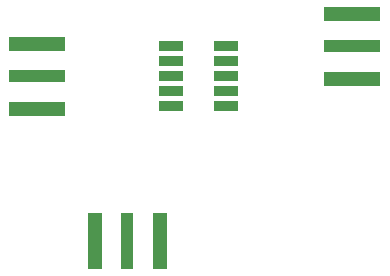
<source format=gbr>
%TF.GenerationSoftware,KiCad,Pcbnew,7.0.8*%
%TF.CreationDate,2024-03-13T12:02:19-04:00*%
%TF.ProjectId,Mixer,4d697865-722e-46b6-9963-61645f706362,rev?*%
%TF.SameCoordinates,Original*%
%TF.FileFunction,Soldermask,Top*%
%TF.FilePolarity,Negative*%
%FSLAX46Y46*%
G04 Gerber Fmt 4.6, Leading zero omitted, Abs format (unit mm)*
G04 Created by KiCad (PCBNEW 7.0.8) date 2024-03-13 12:02:19*
%MOMM*%
%LPD*%
G01*
G04 APERTURE LIST*
G04 Aperture macros list*
%AMRoundRect*
0 Rectangle with rounded corners*
0 $1 Rounding radius*
0 $2 $3 $4 $5 $6 $7 $8 $9 X,Y pos of 4 corners*
0 Add a 4 corners polygon primitive as box body*
4,1,4,$2,$3,$4,$5,$6,$7,$8,$9,$2,$3,0*
0 Add four circle primitives for the rounded corners*
1,1,$1+$1,$2,$3*
1,1,$1+$1,$4,$5*
1,1,$1+$1,$6,$7*
1,1,$1+$1,$8,$9*
0 Add four rect primitives between the rounded corners*
20,1,$1+$1,$2,$3,$4,$5,0*
20,1,$1+$1,$4,$5,$6,$7,0*
20,1,$1+$1,$6,$7,$8,$9,0*
20,1,$1+$1,$8,$9,$2,$3,0*%
G04 Aperture macros list end*
%ADD10RoundRect,0.102000X-2.280000X0.425000X-2.280000X-0.425000X2.280000X-0.425000X2.280000X0.425000X0*%
%ADD11RoundRect,0.102000X-2.280000X0.500000X-2.280000X-0.500000X2.280000X-0.500000X2.280000X0.500000X0*%
%ADD12RoundRect,0.102000X-0.425000X-2.280000X0.425000X-2.280000X0.425000X2.280000X-0.425000X2.280000X0*%
%ADD13RoundRect,0.102000X-0.500000X-2.280000X0.500000X-2.280000X0.500000X2.280000X-0.500000X2.280000X0*%
%ADD14RoundRect,0.102000X2.280000X-0.500000X2.280000X0.500000X-2.280000X0.500000X-2.280000X-0.500000X0*%
%ADD15RoundRect,0.102000X2.280000X-0.425000X2.280000X0.425000X-2.280000X0.425000X-2.280000X-0.425000X0*%
%ADD16R,2.159000X0.889000*%
G04 APERTURE END LIST*
D10*
%TO.C,REF\u002A\u002A*%
X62738000Y-76202750D03*
D11*
X62738000Y-73432750D03*
X62738000Y-78972750D03*
%TD*%
D12*
%TO.C,REF\u002A\u002A*%
X70360750Y-90170000D03*
D13*
X67590750Y-90170000D03*
X73130750Y-90170000D03*
%TD*%
D14*
%TO.C,REF\u002A\u002A*%
X89408000Y-70890000D03*
X89408000Y-76430000D03*
D15*
X89408000Y-73660000D03*
%TD*%
D16*
%TO.C,REF\u002A\u002A*%
X74041000Y-73660000D03*
X74041000Y-74930000D03*
X74041000Y-76200000D03*
X74041000Y-77470000D03*
X74041000Y-78740000D03*
X78740000Y-78740000D03*
X78740000Y-77470000D03*
X78740000Y-76200000D03*
X78740000Y-74930000D03*
X78740000Y-73660000D03*
%TD*%
M02*

</source>
